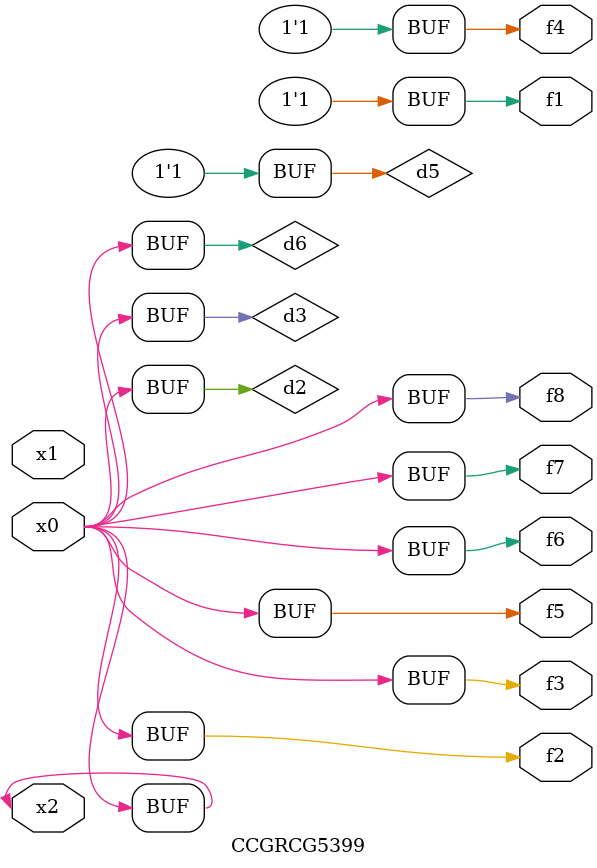
<source format=v>
module CCGRCG5399(
	input x0, x1, x2,
	output f1, f2, f3, f4, f5, f6, f7, f8
);

	wire d1, d2, d3, d4, d5, d6;

	xnor (d1, x2);
	buf (d2, x0, x2);
	and (d3, x0);
	xnor (d4, x1, x2);
	nand (d5, d1, d3);
	buf (d6, d2, d3);
	assign f1 = d5;
	assign f2 = d6;
	assign f3 = d6;
	assign f4 = d5;
	assign f5 = d6;
	assign f6 = d6;
	assign f7 = d6;
	assign f8 = d6;
endmodule

</source>
